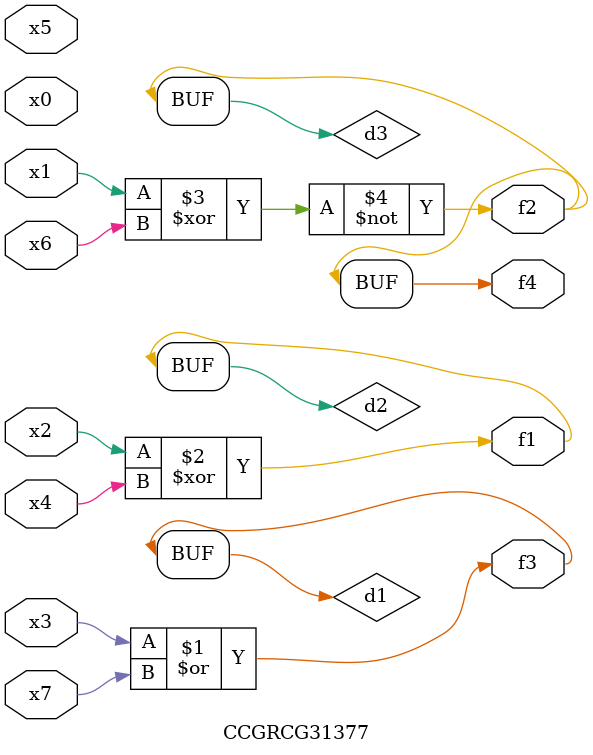
<source format=v>
module CCGRCG31377(
	input x0, x1, x2, x3, x4, x5, x6, x7,
	output f1, f2, f3, f4
);

	wire d1, d2, d3;

	or (d1, x3, x7);
	xor (d2, x2, x4);
	xnor (d3, x1, x6);
	assign f1 = d2;
	assign f2 = d3;
	assign f3 = d1;
	assign f4 = d3;
endmodule

</source>
